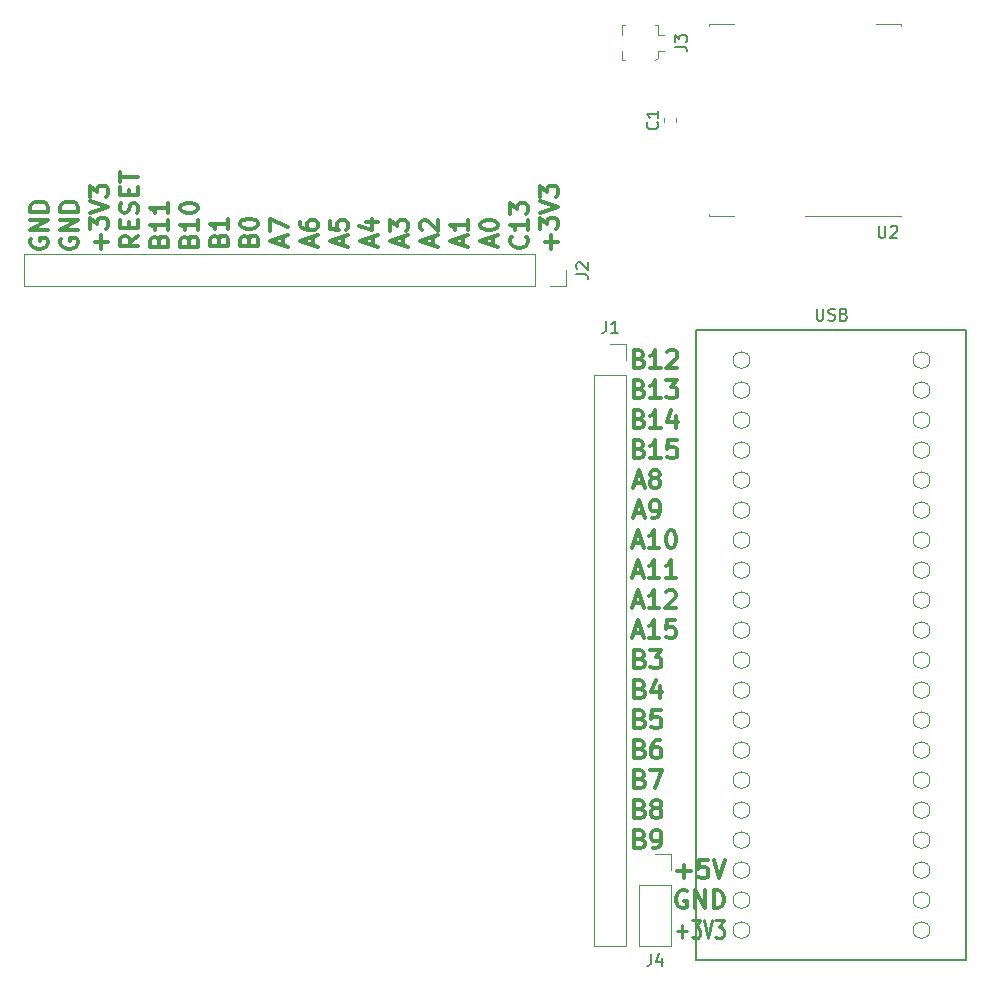
<source format=gto>
G04 #@! TF.GenerationSoftware,KiCad,Pcbnew,5.0.2-bee76a0~70~ubuntu16.04.1*
G04 #@! TF.CreationDate,2018-12-09T14:19:21+01:00*
G04 #@! TF.ProjectId,STM32Node,53544d33-324e-46f6-9465-2e6b69636164,rev?*
G04 #@! TF.SameCoordinates,Original*
G04 #@! TF.FileFunction,Legend,Top*
G04 #@! TF.FilePolarity,Positive*
%FSLAX46Y46*%
G04 Gerber Fmt 4.6, Leading zero omitted, Abs format (unit mm)*
G04 Created by KiCad (PCBNEW 5.0.2-bee76a0~70~ubuntu16.04.1) date So 09 Dez 2018 14:19:21 CET*
%MOMM*%
%LPD*%
G01*
G04 APERTURE LIST*
%ADD10C,0.275000*%
%ADD11C,0.300000*%
%ADD12C,0.100000*%
%ADD13C,0.150000*%
%ADD14C,0.120000*%
G04 APERTURE END LIST*
D10*
X227931904Y-129647142D02*
X228770000Y-129647142D01*
X228350952Y-130218571D02*
X228350952Y-129075714D01*
X229189047Y-128718571D02*
X229870000Y-128718571D01*
X229503333Y-129290000D01*
X229660476Y-129290000D01*
X229765238Y-129361428D01*
X229817619Y-129432857D01*
X229870000Y-129575714D01*
X229870000Y-129932857D01*
X229817619Y-130075714D01*
X229765238Y-130147142D01*
X229660476Y-130218571D01*
X229346190Y-130218571D01*
X229241428Y-130147142D01*
X229189047Y-130075714D01*
X230184285Y-128718571D02*
X230550952Y-130218571D01*
X230917619Y-128718571D01*
X231179523Y-128718571D02*
X231860476Y-128718571D01*
X231493809Y-129290000D01*
X231650952Y-129290000D01*
X231755714Y-129361428D01*
X231808095Y-129432857D01*
X231860476Y-129575714D01*
X231860476Y-129932857D01*
X231808095Y-130075714D01*
X231755714Y-130147142D01*
X231650952Y-130218571D01*
X231336666Y-130218571D01*
X231231904Y-130147142D01*
X231179523Y-130075714D01*
D11*
X228727142Y-126250000D02*
X228584285Y-126178571D01*
X228370000Y-126178571D01*
X228155714Y-126250000D01*
X228012857Y-126392857D01*
X227941428Y-126535714D01*
X227870000Y-126821428D01*
X227870000Y-127035714D01*
X227941428Y-127321428D01*
X228012857Y-127464285D01*
X228155714Y-127607142D01*
X228370000Y-127678571D01*
X228512857Y-127678571D01*
X228727142Y-127607142D01*
X228798571Y-127535714D01*
X228798571Y-127035714D01*
X228512857Y-127035714D01*
X229441428Y-127678571D02*
X229441428Y-126178571D01*
X230298571Y-127678571D01*
X230298571Y-126178571D01*
X231012857Y-127678571D02*
X231012857Y-126178571D01*
X231370000Y-126178571D01*
X231584285Y-126250000D01*
X231727142Y-126392857D01*
X231798571Y-126535714D01*
X231870000Y-126821428D01*
X231870000Y-127035714D01*
X231798571Y-127321428D01*
X231727142Y-127464285D01*
X231584285Y-127607142D01*
X231370000Y-127678571D01*
X231012857Y-127678571D01*
X227941428Y-124567142D02*
X229084285Y-124567142D01*
X228512857Y-125138571D02*
X228512857Y-123995714D01*
X230512857Y-123638571D02*
X229798571Y-123638571D01*
X229727142Y-124352857D01*
X229798571Y-124281428D01*
X229941428Y-124210000D01*
X230298571Y-124210000D01*
X230441428Y-124281428D01*
X230512857Y-124352857D01*
X230584285Y-124495714D01*
X230584285Y-124852857D01*
X230512857Y-124995714D01*
X230441428Y-125067142D01*
X230298571Y-125138571D01*
X229941428Y-125138571D01*
X229798571Y-125067142D01*
X229727142Y-124995714D01*
X231012857Y-123638571D02*
X231512857Y-125138571D01*
X232012857Y-123638571D01*
X224817857Y-121812857D02*
X225032142Y-121884285D01*
X225103571Y-121955714D01*
X225175000Y-122098571D01*
X225175000Y-122312857D01*
X225103571Y-122455714D01*
X225032142Y-122527142D01*
X224889285Y-122598571D01*
X224317857Y-122598571D01*
X224317857Y-121098571D01*
X224817857Y-121098571D01*
X224960714Y-121170000D01*
X225032142Y-121241428D01*
X225103571Y-121384285D01*
X225103571Y-121527142D01*
X225032142Y-121670000D01*
X224960714Y-121741428D01*
X224817857Y-121812857D01*
X224317857Y-121812857D01*
X225889285Y-122598571D02*
X226175000Y-122598571D01*
X226317857Y-122527142D01*
X226389285Y-122455714D01*
X226532142Y-122241428D01*
X226603571Y-121955714D01*
X226603571Y-121384285D01*
X226532142Y-121241428D01*
X226460714Y-121170000D01*
X226317857Y-121098571D01*
X226032142Y-121098571D01*
X225889285Y-121170000D01*
X225817857Y-121241428D01*
X225746428Y-121384285D01*
X225746428Y-121741428D01*
X225817857Y-121884285D01*
X225889285Y-121955714D01*
X226032142Y-122027142D01*
X226317857Y-122027142D01*
X226460714Y-121955714D01*
X226532142Y-121884285D01*
X226603571Y-121741428D01*
X224817857Y-119272857D02*
X225032142Y-119344285D01*
X225103571Y-119415714D01*
X225175000Y-119558571D01*
X225175000Y-119772857D01*
X225103571Y-119915714D01*
X225032142Y-119987142D01*
X224889285Y-120058571D01*
X224317857Y-120058571D01*
X224317857Y-118558571D01*
X224817857Y-118558571D01*
X224960714Y-118630000D01*
X225032142Y-118701428D01*
X225103571Y-118844285D01*
X225103571Y-118987142D01*
X225032142Y-119130000D01*
X224960714Y-119201428D01*
X224817857Y-119272857D01*
X224317857Y-119272857D01*
X226032142Y-119201428D02*
X225889285Y-119130000D01*
X225817857Y-119058571D01*
X225746428Y-118915714D01*
X225746428Y-118844285D01*
X225817857Y-118701428D01*
X225889285Y-118630000D01*
X226032142Y-118558571D01*
X226317857Y-118558571D01*
X226460714Y-118630000D01*
X226532142Y-118701428D01*
X226603571Y-118844285D01*
X226603571Y-118915714D01*
X226532142Y-119058571D01*
X226460714Y-119130000D01*
X226317857Y-119201428D01*
X226032142Y-119201428D01*
X225889285Y-119272857D01*
X225817857Y-119344285D01*
X225746428Y-119487142D01*
X225746428Y-119772857D01*
X225817857Y-119915714D01*
X225889285Y-119987142D01*
X226032142Y-120058571D01*
X226317857Y-120058571D01*
X226460714Y-119987142D01*
X226532142Y-119915714D01*
X226603571Y-119772857D01*
X226603571Y-119487142D01*
X226532142Y-119344285D01*
X226460714Y-119272857D01*
X226317857Y-119201428D01*
X224817857Y-116732857D02*
X225032142Y-116804285D01*
X225103571Y-116875714D01*
X225175000Y-117018571D01*
X225175000Y-117232857D01*
X225103571Y-117375714D01*
X225032142Y-117447142D01*
X224889285Y-117518571D01*
X224317857Y-117518571D01*
X224317857Y-116018571D01*
X224817857Y-116018571D01*
X224960714Y-116090000D01*
X225032142Y-116161428D01*
X225103571Y-116304285D01*
X225103571Y-116447142D01*
X225032142Y-116590000D01*
X224960714Y-116661428D01*
X224817857Y-116732857D01*
X224317857Y-116732857D01*
X225675000Y-116018571D02*
X226675000Y-116018571D01*
X226032142Y-117518571D01*
X224817857Y-114192857D02*
X225032142Y-114264285D01*
X225103571Y-114335714D01*
X225175000Y-114478571D01*
X225175000Y-114692857D01*
X225103571Y-114835714D01*
X225032142Y-114907142D01*
X224889285Y-114978571D01*
X224317857Y-114978571D01*
X224317857Y-113478571D01*
X224817857Y-113478571D01*
X224960714Y-113550000D01*
X225032142Y-113621428D01*
X225103571Y-113764285D01*
X225103571Y-113907142D01*
X225032142Y-114050000D01*
X224960714Y-114121428D01*
X224817857Y-114192857D01*
X224317857Y-114192857D01*
X226460714Y-113478571D02*
X226175000Y-113478571D01*
X226032142Y-113550000D01*
X225960714Y-113621428D01*
X225817857Y-113835714D01*
X225746428Y-114121428D01*
X225746428Y-114692857D01*
X225817857Y-114835714D01*
X225889285Y-114907142D01*
X226032142Y-114978571D01*
X226317857Y-114978571D01*
X226460714Y-114907142D01*
X226532142Y-114835714D01*
X226603571Y-114692857D01*
X226603571Y-114335714D01*
X226532142Y-114192857D01*
X226460714Y-114121428D01*
X226317857Y-114050000D01*
X226032142Y-114050000D01*
X225889285Y-114121428D01*
X225817857Y-114192857D01*
X225746428Y-114335714D01*
X224817857Y-111652857D02*
X225032142Y-111724285D01*
X225103571Y-111795714D01*
X225175000Y-111938571D01*
X225175000Y-112152857D01*
X225103571Y-112295714D01*
X225032142Y-112367142D01*
X224889285Y-112438571D01*
X224317857Y-112438571D01*
X224317857Y-110938571D01*
X224817857Y-110938571D01*
X224960714Y-111010000D01*
X225032142Y-111081428D01*
X225103571Y-111224285D01*
X225103571Y-111367142D01*
X225032142Y-111510000D01*
X224960714Y-111581428D01*
X224817857Y-111652857D01*
X224317857Y-111652857D01*
X226532142Y-110938571D02*
X225817857Y-110938571D01*
X225746428Y-111652857D01*
X225817857Y-111581428D01*
X225960714Y-111510000D01*
X226317857Y-111510000D01*
X226460714Y-111581428D01*
X226532142Y-111652857D01*
X226603571Y-111795714D01*
X226603571Y-112152857D01*
X226532142Y-112295714D01*
X226460714Y-112367142D01*
X226317857Y-112438571D01*
X225960714Y-112438571D01*
X225817857Y-112367142D01*
X225746428Y-112295714D01*
X224817857Y-109112857D02*
X225032142Y-109184285D01*
X225103571Y-109255714D01*
X225175000Y-109398571D01*
X225175000Y-109612857D01*
X225103571Y-109755714D01*
X225032142Y-109827142D01*
X224889285Y-109898571D01*
X224317857Y-109898571D01*
X224317857Y-108398571D01*
X224817857Y-108398571D01*
X224960714Y-108470000D01*
X225032142Y-108541428D01*
X225103571Y-108684285D01*
X225103571Y-108827142D01*
X225032142Y-108970000D01*
X224960714Y-109041428D01*
X224817857Y-109112857D01*
X224317857Y-109112857D01*
X226460714Y-108898571D02*
X226460714Y-109898571D01*
X226103571Y-108327142D02*
X225746428Y-109398571D01*
X226675000Y-109398571D01*
X224817857Y-106572857D02*
X225032142Y-106644285D01*
X225103571Y-106715714D01*
X225175000Y-106858571D01*
X225175000Y-107072857D01*
X225103571Y-107215714D01*
X225032142Y-107287142D01*
X224889285Y-107358571D01*
X224317857Y-107358571D01*
X224317857Y-105858571D01*
X224817857Y-105858571D01*
X224960714Y-105930000D01*
X225032142Y-106001428D01*
X225103571Y-106144285D01*
X225103571Y-106287142D01*
X225032142Y-106430000D01*
X224960714Y-106501428D01*
X224817857Y-106572857D01*
X224317857Y-106572857D01*
X225675000Y-105858571D02*
X226603571Y-105858571D01*
X226103571Y-106430000D01*
X226317857Y-106430000D01*
X226460714Y-106501428D01*
X226532142Y-106572857D01*
X226603571Y-106715714D01*
X226603571Y-107072857D01*
X226532142Y-107215714D01*
X226460714Y-107287142D01*
X226317857Y-107358571D01*
X225889285Y-107358571D01*
X225746428Y-107287142D01*
X225675000Y-107215714D01*
X224274285Y-104390000D02*
X224988571Y-104390000D01*
X224131428Y-104818571D02*
X224631428Y-103318571D01*
X225131428Y-104818571D01*
X226417142Y-104818571D02*
X225560000Y-104818571D01*
X225988571Y-104818571D02*
X225988571Y-103318571D01*
X225845714Y-103532857D01*
X225702857Y-103675714D01*
X225560000Y-103747142D01*
X227774285Y-103318571D02*
X227060000Y-103318571D01*
X226988571Y-104032857D01*
X227060000Y-103961428D01*
X227202857Y-103890000D01*
X227560000Y-103890000D01*
X227702857Y-103961428D01*
X227774285Y-104032857D01*
X227845714Y-104175714D01*
X227845714Y-104532857D01*
X227774285Y-104675714D01*
X227702857Y-104747142D01*
X227560000Y-104818571D01*
X227202857Y-104818571D01*
X227060000Y-104747142D01*
X226988571Y-104675714D01*
X224274285Y-101850000D02*
X224988571Y-101850000D01*
X224131428Y-102278571D02*
X224631428Y-100778571D01*
X225131428Y-102278571D01*
X226417142Y-102278571D02*
X225560000Y-102278571D01*
X225988571Y-102278571D02*
X225988571Y-100778571D01*
X225845714Y-100992857D01*
X225702857Y-101135714D01*
X225560000Y-101207142D01*
X226988571Y-100921428D02*
X227060000Y-100850000D01*
X227202857Y-100778571D01*
X227560000Y-100778571D01*
X227702857Y-100850000D01*
X227774285Y-100921428D01*
X227845714Y-101064285D01*
X227845714Y-101207142D01*
X227774285Y-101421428D01*
X226917142Y-102278571D01*
X227845714Y-102278571D01*
X224274285Y-99310000D02*
X224988571Y-99310000D01*
X224131428Y-99738571D02*
X224631428Y-98238571D01*
X225131428Y-99738571D01*
X226417142Y-99738571D02*
X225560000Y-99738571D01*
X225988571Y-99738571D02*
X225988571Y-98238571D01*
X225845714Y-98452857D01*
X225702857Y-98595714D01*
X225560000Y-98667142D01*
X227845714Y-99738571D02*
X226988571Y-99738571D01*
X227417142Y-99738571D02*
X227417142Y-98238571D01*
X227274285Y-98452857D01*
X227131428Y-98595714D01*
X226988571Y-98667142D01*
X224274285Y-96770000D02*
X224988571Y-96770000D01*
X224131428Y-97198571D02*
X224631428Y-95698571D01*
X225131428Y-97198571D01*
X226417142Y-97198571D02*
X225560000Y-97198571D01*
X225988571Y-97198571D02*
X225988571Y-95698571D01*
X225845714Y-95912857D01*
X225702857Y-96055714D01*
X225560000Y-96127142D01*
X227345714Y-95698571D02*
X227488571Y-95698571D01*
X227631428Y-95770000D01*
X227702857Y-95841428D01*
X227774285Y-95984285D01*
X227845714Y-96270000D01*
X227845714Y-96627142D01*
X227774285Y-96912857D01*
X227702857Y-97055714D01*
X227631428Y-97127142D01*
X227488571Y-97198571D01*
X227345714Y-97198571D01*
X227202857Y-97127142D01*
X227131428Y-97055714D01*
X227060000Y-96912857D01*
X226988571Y-96627142D01*
X226988571Y-96270000D01*
X227060000Y-95984285D01*
X227131428Y-95841428D01*
X227202857Y-95770000D01*
X227345714Y-95698571D01*
X224353571Y-94230000D02*
X225067857Y-94230000D01*
X224210714Y-94658571D02*
X224710714Y-93158571D01*
X225210714Y-94658571D01*
X225782142Y-94658571D02*
X226067857Y-94658571D01*
X226210714Y-94587142D01*
X226282142Y-94515714D01*
X226425000Y-94301428D01*
X226496428Y-94015714D01*
X226496428Y-93444285D01*
X226425000Y-93301428D01*
X226353571Y-93230000D01*
X226210714Y-93158571D01*
X225925000Y-93158571D01*
X225782142Y-93230000D01*
X225710714Y-93301428D01*
X225639285Y-93444285D01*
X225639285Y-93801428D01*
X225710714Y-93944285D01*
X225782142Y-94015714D01*
X225925000Y-94087142D01*
X226210714Y-94087142D01*
X226353571Y-94015714D01*
X226425000Y-93944285D01*
X226496428Y-93801428D01*
X224353571Y-91690000D02*
X225067857Y-91690000D01*
X224210714Y-92118571D02*
X224710714Y-90618571D01*
X225210714Y-92118571D01*
X225925000Y-91261428D02*
X225782142Y-91190000D01*
X225710714Y-91118571D01*
X225639285Y-90975714D01*
X225639285Y-90904285D01*
X225710714Y-90761428D01*
X225782142Y-90690000D01*
X225925000Y-90618571D01*
X226210714Y-90618571D01*
X226353571Y-90690000D01*
X226425000Y-90761428D01*
X226496428Y-90904285D01*
X226496428Y-90975714D01*
X226425000Y-91118571D01*
X226353571Y-91190000D01*
X226210714Y-91261428D01*
X225925000Y-91261428D01*
X225782142Y-91332857D01*
X225710714Y-91404285D01*
X225639285Y-91547142D01*
X225639285Y-91832857D01*
X225710714Y-91975714D01*
X225782142Y-92047142D01*
X225925000Y-92118571D01*
X226210714Y-92118571D01*
X226353571Y-92047142D01*
X226425000Y-91975714D01*
X226496428Y-91832857D01*
X226496428Y-91547142D01*
X226425000Y-91404285D01*
X226353571Y-91332857D01*
X226210714Y-91261428D01*
X224738571Y-88792857D02*
X224952857Y-88864285D01*
X225024285Y-88935714D01*
X225095714Y-89078571D01*
X225095714Y-89292857D01*
X225024285Y-89435714D01*
X224952857Y-89507142D01*
X224810000Y-89578571D01*
X224238571Y-89578571D01*
X224238571Y-88078571D01*
X224738571Y-88078571D01*
X224881428Y-88150000D01*
X224952857Y-88221428D01*
X225024285Y-88364285D01*
X225024285Y-88507142D01*
X224952857Y-88650000D01*
X224881428Y-88721428D01*
X224738571Y-88792857D01*
X224238571Y-88792857D01*
X226524285Y-89578571D02*
X225667142Y-89578571D01*
X226095714Y-89578571D02*
X226095714Y-88078571D01*
X225952857Y-88292857D01*
X225810000Y-88435714D01*
X225667142Y-88507142D01*
X227881428Y-88078571D02*
X227167142Y-88078571D01*
X227095714Y-88792857D01*
X227167142Y-88721428D01*
X227310000Y-88650000D01*
X227667142Y-88650000D01*
X227810000Y-88721428D01*
X227881428Y-88792857D01*
X227952857Y-88935714D01*
X227952857Y-89292857D01*
X227881428Y-89435714D01*
X227810000Y-89507142D01*
X227667142Y-89578571D01*
X227310000Y-89578571D01*
X227167142Y-89507142D01*
X227095714Y-89435714D01*
X224738571Y-86252857D02*
X224952857Y-86324285D01*
X225024285Y-86395714D01*
X225095714Y-86538571D01*
X225095714Y-86752857D01*
X225024285Y-86895714D01*
X224952857Y-86967142D01*
X224810000Y-87038571D01*
X224238571Y-87038571D01*
X224238571Y-85538571D01*
X224738571Y-85538571D01*
X224881428Y-85610000D01*
X224952857Y-85681428D01*
X225024285Y-85824285D01*
X225024285Y-85967142D01*
X224952857Y-86110000D01*
X224881428Y-86181428D01*
X224738571Y-86252857D01*
X224238571Y-86252857D01*
X226524285Y-87038571D02*
X225667142Y-87038571D01*
X226095714Y-87038571D02*
X226095714Y-85538571D01*
X225952857Y-85752857D01*
X225810000Y-85895714D01*
X225667142Y-85967142D01*
X227810000Y-86038571D02*
X227810000Y-87038571D01*
X227452857Y-85467142D02*
X227095714Y-86538571D01*
X228024285Y-86538571D01*
X224738571Y-83712857D02*
X224952857Y-83784285D01*
X225024285Y-83855714D01*
X225095714Y-83998571D01*
X225095714Y-84212857D01*
X225024285Y-84355714D01*
X224952857Y-84427142D01*
X224810000Y-84498571D01*
X224238571Y-84498571D01*
X224238571Y-82998571D01*
X224738571Y-82998571D01*
X224881428Y-83070000D01*
X224952857Y-83141428D01*
X225024285Y-83284285D01*
X225024285Y-83427142D01*
X224952857Y-83570000D01*
X224881428Y-83641428D01*
X224738571Y-83712857D01*
X224238571Y-83712857D01*
X226524285Y-84498571D02*
X225667142Y-84498571D01*
X226095714Y-84498571D02*
X226095714Y-82998571D01*
X225952857Y-83212857D01*
X225810000Y-83355714D01*
X225667142Y-83427142D01*
X227024285Y-82998571D02*
X227952857Y-82998571D01*
X227452857Y-83570000D01*
X227667142Y-83570000D01*
X227810000Y-83641428D01*
X227881428Y-83712857D01*
X227952857Y-83855714D01*
X227952857Y-84212857D01*
X227881428Y-84355714D01*
X227810000Y-84427142D01*
X227667142Y-84498571D01*
X227238571Y-84498571D01*
X227095714Y-84427142D01*
X227024285Y-84355714D01*
X224738571Y-81172857D02*
X224952857Y-81244285D01*
X225024285Y-81315714D01*
X225095714Y-81458571D01*
X225095714Y-81672857D01*
X225024285Y-81815714D01*
X224952857Y-81887142D01*
X224810000Y-81958571D01*
X224238571Y-81958571D01*
X224238571Y-80458571D01*
X224738571Y-80458571D01*
X224881428Y-80530000D01*
X224952857Y-80601428D01*
X225024285Y-80744285D01*
X225024285Y-80887142D01*
X224952857Y-81030000D01*
X224881428Y-81101428D01*
X224738571Y-81172857D01*
X224238571Y-81172857D01*
X226524285Y-81958571D02*
X225667142Y-81958571D01*
X226095714Y-81958571D02*
X226095714Y-80458571D01*
X225952857Y-80672857D01*
X225810000Y-80815714D01*
X225667142Y-80887142D01*
X227095714Y-80601428D02*
X227167142Y-80530000D01*
X227310000Y-80458571D01*
X227667142Y-80458571D01*
X227810000Y-80530000D01*
X227881428Y-80601428D01*
X227952857Y-80744285D01*
X227952857Y-80887142D01*
X227881428Y-81101428D01*
X227024285Y-81958571D01*
X227952857Y-81958571D01*
X217277142Y-71857857D02*
X217277142Y-70715000D01*
X217848571Y-71286428D02*
X216705714Y-71286428D01*
X216348571Y-70143571D02*
X216348571Y-69215000D01*
X216920000Y-69715000D01*
X216920000Y-69500714D01*
X216991428Y-69357857D01*
X217062857Y-69286428D01*
X217205714Y-69215000D01*
X217562857Y-69215000D01*
X217705714Y-69286428D01*
X217777142Y-69357857D01*
X217848571Y-69500714D01*
X217848571Y-69929285D01*
X217777142Y-70072142D01*
X217705714Y-70143571D01*
X216348571Y-68786428D02*
X217848571Y-68286428D01*
X216348571Y-67786428D01*
X216348571Y-67429285D02*
X216348571Y-66500714D01*
X216920000Y-67000714D01*
X216920000Y-66786428D01*
X216991428Y-66643571D01*
X217062857Y-66572142D01*
X217205714Y-66500714D01*
X217562857Y-66500714D01*
X217705714Y-66572142D01*
X217777142Y-66643571D01*
X217848571Y-66786428D01*
X217848571Y-67215000D01*
X217777142Y-67357857D01*
X217705714Y-67429285D01*
X215165714Y-70814285D02*
X215237142Y-70885714D01*
X215308571Y-71100000D01*
X215308571Y-71242857D01*
X215237142Y-71457142D01*
X215094285Y-71600000D01*
X214951428Y-71671428D01*
X214665714Y-71742857D01*
X214451428Y-71742857D01*
X214165714Y-71671428D01*
X214022857Y-71600000D01*
X213880000Y-71457142D01*
X213808571Y-71242857D01*
X213808571Y-71100000D01*
X213880000Y-70885714D01*
X213951428Y-70814285D01*
X215308571Y-69385714D02*
X215308571Y-70242857D01*
X215308571Y-69814285D02*
X213808571Y-69814285D01*
X214022857Y-69957142D01*
X214165714Y-70100000D01*
X214237142Y-70242857D01*
X213808571Y-68885714D02*
X213808571Y-67957142D01*
X214380000Y-68457142D01*
X214380000Y-68242857D01*
X214451428Y-68100000D01*
X214522857Y-68028571D01*
X214665714Y-67957142D01*
X215022857Y-67957142D01*
X215165714Y-68028571D01*
X215237142Y-68100000D01*
X215308571Y-68242857D01*
X215308571Y-68671428D01*
X215237142Y-68814285D01*
X215165714Y-68885714D01*
X212340000Y-71556428D02*
X212340000Y-70842142D01*
X212768571Y-71699285D02*
X211268571Y-71199285D01*
X212768571Y-70699285D01*
X211268571Y-69913571D02*
X211268571Y-69770714D01*
X211340000Y-69627857D01*
X211411428Y-69556428D01*
X211554285Y-69485000D01*
X211840000Y-69413571D01*
X212197142Y-69413571D01*
X212482857Y-69485000D01*
X212625714Y-69556428D01*
X212697142Y-69627857D01*
X212768571Y-69770714D01*
X212768571Y-69913571D01*
X212697142Y-70056428D01*
X212625714Y-70127857D01*
X212482857Y-70199285D01*
X212197142Y-70270714D01*
X211840000Y-70270714D01*
X211554285Y-70199285D01*
X211411428Y-70127857D01*
X211340000Y-70056428D01*
X211268571Y-69913571D01*
X209800000Y-71556428D02*
X209800000Y-70842142D01*
X210228571Y-71699285D02*
X208728571Y-71199285D01*
X210228571Y-70699285D01*
X210228571Y-69413571D02*
X210228571Y-70270714D01*
X210228571Y-69842142D02*
X208728571Y-69842142D01*
X208942857Y-69985000D01*
X209085714Y-70127857D01*
X209157142Y-70270714D01*
X207260000Y-71556428D02*
X207260000Y-70842142D01*
X207688571Y-71699285D02*
X206188571Y-71199285D01*
X207688571Y-70699285D01*
X206331428Y-70270714D02*
X206260000Y-70199285D01*
X206188571Y-70056428D01*
X206188571Y-69699285D01*
X206260000Y-69556428D01*
X206331428Y-69485000D01*
X206474285Y-69413571D01*
X206617142Y-69413571D01*
X206831428Y-69485000D01*
X207688571Y-70342142D01*
X207688571Y-69413571D01*
X204720000Y-71556428D02*
X204720000Y-70842142D01*
X205148571Y-71699285D02*
X203648571Y-71199285D01*
X205148571Y-70699285D01*
X203648571Y-70342142D02*
X203648571Y-69413571D01*
X204220000Y-69913571D01*
X204220000Y-69699285D01*
X204291428Y-69556428D01*
X204362857Y-69485000D01*
X204505714Y-69413571D01*
X204862857Y-69413571D01*
X205005714Y-69485000D01*
X205077142Y-69556428D01*
X205148571Y-69699285D01*
X205148571Y-70127857D01*
X205077142Y-70270714D01*
X205005714Y-70342142D01*
X202180000Y-71556428D02*
X202180000Y-70842142D01*
X202608571Y-71699285D02*
X201108571Y-71199285D01*
X202608571Y-70699285D01*
X201608571Y-69556428D02*
X202608571Y-69556428D01*
X201037142Y-69913571D02*
X202108571Y-70270714D01*
X202108571Y-69342142D01*
X199640000Y-71556428D02*
X199640000Y-70842142D01*
X200068571Y-71699285D02*
X198568571Y-71199285D01*
X200068571Y-70699285D01*
X198568571Y-69485000D02*
X198568571Y-70199285D01*
X199282857Y-70270714D01*
X199211428Y-70199285D01*
X199140000Y-70056428D01*
X199140000Y-69699285D01*
X199211428Y-69556428D01*
X199282857Y-69485000D01*
X199425714Y-69413571D01*
X199782857Y-69413571D01*
X199925714Y-69485000D01*
X199997142Y-69556428D01*
X200068571Y-69699285D01*
X200068571Y-70056428D01*
X199997142Y-70199285D01*
X199925714Y-70270714D01*
X197100000Y-71556428D02*
X197100000Y-70842142D01*
X197528571Y-71699285D02*
X196028571Y-71199285D01*
X197528571Y-70699285D01*
X196028571Y-69556428D02*
X196028571Y-69842142D01*
X196100000Y-69985000D01*
X196171428Y-70056428D01*
X196385714Y-70199285D01*
X196671428Y-70270714D01*
X197242857Y-70270714D01*
X197385714Y-70199285D01*
X197457142Y-70127857D01*
X197528571Y-69985000D01*
X197528571Y-69699285D01*
X197457142Y-69556428D01*
X197385714Y-69485000D01*
X197242857Y-69413571D01*
X196885714Y-69413571D01*
X196742857Y-69485000D01*
X196671428Y-69556428D01*
X196600000Y-69699285D01*
X196600000Y-69985000D01*
X196671428Y-70127857D01*
X196742857Y-70199285D01*
X196885714Y-70270714D01*
X194560000Y-71556428D02*
X194560000Y-70842142D01*
X194988571Y-71699285D02*
X193488571Y-71199285D01*
X194988571Y-70699285D01*
X193488571Y-70342142D02*
X193488571Y-69342142D01*
X194988571Y-69985000D01*
X191662857Y-71092142D02*
X191734285Y-70877857D01*
X191805714Y-70806428D01*
X191948571Y-70735000D01*
X192162857Y-70735000D01*
X192305714Y-70806428D01*
X192377142Y-70877857D01*
X192448571Y-71020714D01*
X192448571Y-71592142D01*
X190948571Y-71592142D01*
X190948571Y-71092142D01*
X191020000Y-70949285D01*
X191091428Y-70877857D01*
X191234285Y-70806428D01*
X191377142Y-70806428D01*
X191520000Y-70877857D01*
X191591428Y-70949285D01*
X191662857Y-71092142D01*
X191662857Y-71592142D01*
X190948571Y-69806428D02*
X190948571Y-69663571D01*
X191020000Y-69520714D01*
X191091428Y-69449285D01*
X191234285Y-69377857D01*
X191520000Y-69306428D01*
X191877142Y-69306428D01*
X192162857Y-69377857D01*
X192305714Y-69449285D01*
X192377142Y-69520714D01*
X192448571Y-69663571D01*
X192448571Y-69806428D01*
X192377142Y-69949285D01*
X192305714Y-70020714D01*
X192162857Y-70092142D01*
X191877142Y-70163571D01*
X191520000Y-70163571D01*
X191234285Y-70092142D01*
X191091428Y-70020714D01*
X191020000Y-69949285D01*
X190948571Y-69806428D01*
X189122857Y-71092142D02*
X189194285Y-70877857D01*
X189265714Y-70806428D01*
X189408571Y-70735000D01*
X189622857Y-70735000D01*
X189765714Y-70806428D01*
X189837142Y-70877857D01*
X189908571Y-71020714D01*
X189908571Y-71592142D01*
X188408571Y-71592142D01*
X188408571Y-71092142D01*
X188480000Y-70949285D01*
X188551428Y-70877857D01*
X188694285Y-70806428D01*
X188837142Y-70806428D01*
X188980000Y-70877857D01*
X189051428Y-70949285D01*
X189122857Y-71092142D01*
X189122857Y-71592142D01*
X189908571Y-69306428D02*
X189908571Y-70163571D01*
X189908571Y-69735000D02*
X188408571Y-69735000D01*
X188622857Y-69877857D01*
X188765714Y-70020714D01*
X188837142Y-70163571D01*
X184042857Y-71171428D02*
X184114285Y-70957142D01*
X184185714Y-70885714D01*
X184328571Y-70814285D01*
X184542857Y-70814285D01*
X184685714Y-70885714D01*
X184757142Y-70957142D01*
X184828571Y-71100000D01*
X184828571Y-71671428D01*
X183328571Y-71671428D01*
X183328571Y-71171428D01*
X183400000Y-71028571D01*
X183471428Y-70957142D01*
X183614285Y-70885714D01*
X183757142Y-70885714D01*
X183900000Y-70957142D01*
X183971428Y-71028571D01*
X184042857Y-71171428D01*
X184042857Y-71671428D01*
X184828571Y-69385714D02*
X184828571Y-70242857D01*
X184828571Y-69814285D02*
X183328571Y-69814285D01*
X183542857Y-69957142D01*
X183685714Y-70100000D01*
X183757142Y-70242857D01*
X184828571Y-67957142D02*
X184828571Y-68814285D01*
X184828571Y-68385714D02*
X183328571Y-68385714D01*
X183542857Y-68528571D01*
X183685714Y-68671428D01*
X183757142Y-68814285D01*
X182288571Y-70758571D02*
X181574285Y-71258571D01*
X182288571Y-71615714D02*
X180788571Y-71615714D01*
X180788571Y-71044285D01*
X180860000Y-70901428D01*
X180931428Y-70830000D01*
X181074285Y-70758571D01*
X181288571Y-70758571D01*
X181431428Y-70830000D01*
X181502857Y-70901428D01*
X181574285Y-71044285D01*
X181574285Y-71615714D01*
X181502857Y-70115714D02*
X181502857Y-69615714D01*
X182288571Y-69401428D02*
X182288571Y-70115714D01*
X180788571Y-70115714D01*
X180788571Y-69401428D01*
X182217142Y-68830000D02*
X182288571Y-68615714D01*
X182288571Y-68258571D01*
X182217142Y-68115714D01*
X182145714Y-68044285D01*
X182002857Y-67972857D01*
X181860000Y-67972857D01*
X181717142Y-68044285D01*
X181645714Y-68115714D01*
X181574285Y-68258571D01*
X181502857Y-68544285D01*
X181431428Y-68687142D01*
X181360000Y-68758571D01*
X181217142Y-68830000D01*
X181074285Y-68830000D01*
X180931428Y-68758571D01*
X180860000Y-68687142D01*
X180788571Y-68544285D01*
X180788571Y-68187142D01*
X180860000Y-67972857D01*
X181502857Y-67330000D02*
X181502857Y-66830000D01*
X182288571Y-66615714D02*
X182288571Y-67330000D01*
X180788571Y-67330000D01*
X180788571Y-66615714D01*
X180788571Y-66187142D02*
X180788571Y-65330000D01*
X182288571Y-65758571D02*
X180788571Y-65758571D01*
X186582857Y-71171428D02*
X186654285Y-70957142D01*
X186725714Y-70885714D01*
X186868571Y-70814285D01*
X187082857Y-70814285D01*
X187225714Y-70885714D01*
X187297142Y-70957142D01*
X187368571Y-71100000D01*
X187368571Y-71671428D01*
X185868571Y-71671428D01*
X185868571Y-71171428D01*
X185940000Y-71028571D01*
X186011428Y-70957142D01*
X186154285Y-70885714D01*
X186297142Y-70885714D01*
X186440000Y-70957142D01*
X186511428Y-71028571D01*
X186582857Y-71171428D01*
X186582857Y-71671428D01*
X187368571Y-69385714D02*
X187368571Y-70242857D01*
X187368571Y-69814285D02*
X185868571Y-69814285D01*
X186082857Y-69957142D01*
X186225714Y-70100000D01*
X186297142Y-70242857D01*
X185868571Y-68457142D02*
X185868571Y-68314285D01*
X185940000Y-68171428D01*
X186011428Y-68100000D01*
X186154285Y-68028571D01*
X186440000Y-67957142D01*
X186797142Y-67957142D01*
X187082857Y-68028571D01*
X187225714Y-68100000D01*
X187297142Y-68171428D01*
X187368571Y-68314285D01*
X187368571Y-68457142D01*
X187297142Y-68600000D01*
X187225714Y-68671428D01*
X187082857Y-68742857D01*
X186797142Y-68814285D01*
X186440000Y-68814285D01*
X186154285Y-68742857D01*
X186011428Y-68671428D01*
X185940000Y-68600000D01*
X185868571Y-68457142D01*
X179177142Y-71857857D02*
X179177142Y-70715000D01*
X179748571Y-71286428D02*
X178605714Y-71286428D01*
X178248571Y-70143571D02*
X178248571Y-69215000D01*
X178820000Y-69715000D01*
X178820000Y-69500714D01*
X178891428Y-69357857D01*
X178962857Y-69286428D01*
X179105714Y-69215000D01*
X179462857Y-69215000D01*
X179605714Y-69286428D01*
X179677142Y-69357857D01*
X179748571Y-69500714D01*
X179748571Y-69929285D01*
X179677142Y-70072142D01*
X179605714Y-70143571D01*
X178248571Y-68786428D02*
X179748571Y-68286428D01*
X178248571Y-67786428D01*
X178248571Y-67429285D02*
X178248571Y-66500714D01*
X178820000Y-67000714D01*
X178820000Y-66786428D01*
X178891428Y-66643571D01*
X178962857Y-66572142D01*
X179105714Y-66500714D01*
X179462857Y-66500714D01*
X179605714Y-66572142D01*
X179677142Y-66643571D01*
X179748571Y-66786428D01*
X179748571Y-67215000D01*
X179677142Y-67357857D01*
X179605714Y-67429285D01*
X175780000Y-70992857D02*
X175708571Y-71135714D01*
X175708571Y-71350000D01*
X175780000Y-71564285D01*
X175922857Y-71707142D01*
X176065714Y-71778571D01*
X176351428Y-71850000D01*
X176565714Y-71850000D01*
X176851428Y-71778571D01*
X176994285Y-71707142D01*
X177137142Y-71564285D01*
X177208571Y-71350000D01*
X177208571Y-71207142D01*
X177137142Y-70992857D01*
X177065714Y-70921428D01*
X176565714Y-70921428D01*
X176565714Y-71207142D01*
X177208571Y-70278571D02*
X175708571Y-70278571D01*
X177208571Y-69421428D01*
X175708571Y-69421428D01*
X177208571Y-68707142D02*
X175708571Y-68707142D01*
X175708571Y-68350000D01*
X175780000Y-68135714D01*
X175922857Y-67992857D01*
X176065714Y-67921428D01*
X176351428Y-67850000D01*
X176565714Y-67850000D01*
X176851428Y-67921428D01*
X176994285Y-67992857D01*
X177137142Y-68135714D01*
X177208571Y-68350000D01*
X177208571Y-68707142D01*
X173240000Y-70992857D02*
X173168571Y-71135714D01*
X173168571Y-71350000D01*
X173240000Y-71564285D01*
X173382857Y-71707142D01*
X173525714Y-71778571D01*
X173811428Y-71850000D01*
X174025714Y-71850000D01*
X174311428Y-71778571D01*
X174454285Y-71707142D01*
X174597142Y-71564285D01*
X174668571Y-71350000D01*
X174668571Y-71207142D01*
X174597142Y-70992857D01*
X174525714Y-70921428D01*
X174025714Y-70921428D01*
X174025714Y-71207142D01*
X174668571Y-70278571D02*
X173168571Y-70278571D01*
X174668571Y-69421428D01*
X173168571Y-69421428D01*
X174668571Y-68707142D02*
X173168571Y-68707142D01*
X173168571Y-68350000D01*
X173240000Y-68135714D01*
X173382857Y-67992857D01*
X173525714Y-67921428D01*
X173811428Y-67850000D01*
X174025714Y-67850000D01*
X174311428Y-67921428D01*
X174454285Y-67992857D01*
X174597142Y-68135714D01*
X174668571Y-68350000D01*
X174668571Y-68707142D01*
D12*
G04 #@! TO.C,U2*
X246880000Y-69080000D02*
X238760000Y-69080000D01*
X232760000Y-52840000D02*
X230640000Y-52840000D01*
X230640000Y-52840000D02*
X230640000Y-53010000D01*
X246880000Y-52840000D02*
X244760000Y-52840000D01*
X246880000Y-52840000D02*
X246880000Y-53010000D01*
X232760000Y-69080000D02*
X230640000Y-69080000D01*
X230640000Y-69080000D02*
X230640000Y-68910000D01*
D13*
G04 #@! TO.C,U1*
X229570000Y-78740000D02*
X229570000Y-132080000D01*
X252430000Y-132080000D02*
X252430000Y-78740000D01*
X229570000Y-132080000D02*
X252430000Y-132080000D01*
X252430000Y-78740000D02*
X229570000Y-78740000D01*
D14*
G04 #@! TO.C,C1*
X226820000Y-61122779D02*
X226820000Y-60797221D01*
X227840000Y-61122779D02*
X227840000Y-60797221D01*
G04 #@! TO.C,J1*
X220920000Y-82550000D02*
X223580000Y-82550000D01*
X220920000Y-82550000D02*
X220920000Y-130870000D01*
X220920000Y-130870000D02*
X223580000Y-130870000D01*
X223580000Y-82550000D02*
X223580000Y-130870000D01*
X223580000Y-79950000D02*
X223580000Y-81280000D01*
X222250000Y-79950000D02*
X223580000Y-79950000D01*
G04 #@! TO.C,J2*
X215900000Y-72330000D02*
X215900000Y-74990000D01*
X215900000Y-72330000D02*
X172660000Y-72330000D01*
X172660000Y-72330000D02*
X172660000Y-74990000D01*
X215900000Y-74990000D02*
X172660000Y-74990000D01*
X218500000Y-74990000D02*
X217170000Y-74990000D01*
X218500000Y-73660000D02*
X218500000Y-74990000D01*
G04 #@! TO.C,J3*
X226290000Y-53705000D02*
X226790000Y-53705000D01*
X226290000Y-55105000D02*
X226790000Y-55105000D01*
X226290000Y-55105000D02*
X226290000Y-55705000D01*
X226290000Y-55705000D02*
X226090000Y-55905000D01*
X226090000Y-52905000D02*
X226290000Y-52905000D01*
X226290000Y-52905000D02*
X226290000Y-53705000D01*
X223290000Y-53705000D02*
X223290000Y-52905000D01*
X223290000Y-52905000D02*
X223490000Y-52905000D01*
X223490000Y-55905000D02*
X223290000Y-55905000D01*
X223290000Y-55905000D02*
X223290000Y-55105000D01*
G04 #@! TO.C,J4*
X224730000Y-125730000D02*
X227390000Y-125730000D01*
X224730000Y-125730000D02*
X224730000Y-130870000D01*
X224730000Y-130870000D02*
X227390000Y-130870000D01*
X227390000Y-125730000D02*
X227390000Y-130870000D01*
X227390000Y-123130000D02*
X227390000Y-124460000D01*
X226060000Y-123130000D02*
X227390000Y-123130000D01*
G04 #@! TD*
D12*
G04 #@! TO.C,U1*
X234092000Y-81280000D02*
G75*
G03X234092000Y-81280000I-712000J0D01*
G01*
X234092000Y-83820000D02*
G75*
G03X234092000Y-83820000I-712000J0D01*
G01*
X234092000Y-86360000D02*
G75*
G03X234092000Y-86360000I-712000J0D01*
G01*
X234092000Y-88900000D02*
G75*
G03X234092000Y-88900000I-712000J0D01*
G01*
X234092000Y-91440000D02*
G75*
G03X234092000Y-91440000I-712000J0D01*
G01*
X234092000Y-93980000D02*
G75*
G03X234092000Y-93980000I-712000J0D01*
G01*
X234092000Y-96520000D02*
G75*
G03X234092000Y-96520000I-712000J0D01*
G01*
X234092000Y-99060000D02*
G75*
G03X234092000Y-99060000I-712000J0D01*
G01*
X234092000Y-101600000D02*
G75*
G03X234092000Y-101600000I-712000J0D01*
G01*
X234092000Y-104140000D02*
G75*
G03X234092000Y-104140000I-712000J0D01*
G01*
X234092000Y-106680000D02*
G75*
G03X234092000Y-106680000I-712000J0D01*
G01*
X234092000Y-109220000D02*
G75*
G03X234092000Y-109220000I-712000J0D01*
G01*
X234092000Y-111760000D02*
G75*
G03X234092000Y-111760000I-712000J0D01*
G01*
X234092000Y-114300000D02*
G75*
G03X234092000Y-114300000I-712000J0D01*
G01*
X234092000Y-116840000D02*
G75*
G03X234092000Y-116840000I-712000J0D01*
G01*
X234092000Y-119380000D02*
G75*
G03X234092000Y-119380000I-712000J0D01*
G01*
X234092000Y-121920000D02*
G75*
G03X234092000Y-121920000I-712000J0D01*
G01*
X234092000Y-124460000D02*
G75*
G03X234092000Y-124460000I-712000J0D01*
G01*
X234092000Y-127000000D02*
G75*
G03X234092000Y-127000000I-712000J0D01*
G01*
X234092000Y-129540000D02*
G75*
G03X234092000Y-129540000I-712000J0D01*
G01*
X249332000Y-129540000D02*
G75*
G03X249332000Y-129540000I-712000J0D01*
G01*
X249332000Y-127000000D02*
G75*
G03X249332000Y-127000000I-712000J0D01*
G01*
X249332000Y-124460000D02*
G75*
G03X249332000Y-124460000I-712000J0D01*
G01*
X249332000Y-121920000D02*
G75*
G03X249332000Y-121920000I-712000J0D01*
G01*
X249332000Y-119380000D02*
G75*
G03X249332000Y-119380000I-712000J0D01*
G01*
X249332000Y-116840000D02*
G75*
G03X249332000Y-116840000I-712000J0D01*
G01*
X249332000Y-114300000D02*
G75*
G03X249332000Y-114300000I-712000J0D01*
G01*
X249332000Y-111760000D02*
G75*
G03X249332000Y-111760000I-712000J0D01*
G01*
X249332000Y-109220000D02*
G75*
G03X249332000Y-109220000I-712000J0D01*
G01*
X249332000Y-106680000D02*
G75*
G03X249332000Y-106680000I-712000J0D01*
G01*
X249332000Y-104140000D02*
G75*
G03X249332000Y-104140000I-712000J0D01*
G01*
X249332000Y-101600000D02*
G75*
G03X249332000Y-101600000I-712000J0D01*
G01*
X249332000Y-99060000D02*
G75*
G03X249332000Y-99060000I-712000J0D01*
G01*
X249332000Y-96520000D02*
G75*
G03X249332000Y-96520000I-712000J0D01*
G01*
X249332000Y-93980000D02*
G75*
G03X249332000Y-93980000I-712000J0D01*
G01*
X249332000Y-91440000D02*
G75*
G03X249332000Y-91440000I-712000J0D01*
G01*
X249332000Y-88900000D02*
G75*
G03X249332000Y-88900000I-712000J0D01*
G01*
X249332000Y-86360000D02*
G75*
G03X249332000Y-86360000I-712000J0D01*
G01*
X249332000Y-83820000D02*
G75*
G03X249332000Y-83820000I-712000J0D01*
G01*
X249332000Y-81280000D02*
G75*
G03X249332000Y-81280000I-712000J0D01*
G01*
G04 #@! TD*
G04 #@! TO.C,U2*
D13*
X244998095Y-69912380D02*
X244998095Y-70721904D01*
X245045714Y-70817142D01*
X245093333Y-70864761D01*
X245188571Y-70912380D01*
X245379047Y-70912380D01*
X245474285Y-70864761D01*
X245521904Y-70817142D01*
X245569523Y-70721904D01*
X245569523Y-69912380D01*
X245998095Y-70007619D02*
X246045714Y-69960000D01*
X246140952Y-69912380D01*
X246379047Y-69912380D01*
X246474285Y-69960000D01*
X246521904Y-70007619D01*
X246569523Y-70102857D01*
X246569523Y-70198095D01*
X246521904Y-70340952D01*
X245950476Y-70912380D01*
X246569523Y-70912380D01*
G04 #@! TO.C,U1*
X239738095Y-76922380D02*
X239738095Y-77731904D01*
X239785714Y-77827142D01*
X239833333Y-77874761D01*
X239928571Y-77922380D01*
X240119047Y-77922380D01*
X240214285Y-77874761D01*
X240261904Y-77827142D01*
X240309523Y-77731904D01*
X240309523Y-76922380D01*
X240738095Y-77874761D02*
X240880952Y-77922380D01*
X241119047Y-77922380D01*
X241214285Y-77874761D01*
X241261904Y-77827142D01*
X241309523Y-77731904D01*
X241309523Y-77636666D01*
X241261904Y-77541428D01*
X241214285Y-77493809D01*
X241119047Y-77446190D01*
X240928571Y-77398571D01*
X240833333Y-77350952D01*
X240785714Y-77303333D01*
X240738095Y-77208095D01*
X240738095Y-77112857D01*
X240785714Y-77017619D01*
X240833333Y-76970000D01*
X240928571Y-76922380D01*
X241166666Y-76922380D01*
X241309523Y-76970000D01*
X242071428Y-77398571D02*
X242214285Y-77446190D01*
X242261904Y-77493809D01*
X242309523Y-77589047D01*
X242309523Y-77731904D01*
X242261904Y-77827142D01*
X242214285Y-77874761D01*
X242119047Y-77922380D01*
X241738095Y-77922380D01*
X241738095Y-76922380D01*
X242071428Y-76922380D01*
X242166666Y-76970000D01*
X242214285Y-77017619D01*
X242261904Y-77112857D01*
X242261904Y-77208095D01*
X242214285Y-77303333D01*
X242166666Y-77350952D01*
X242071428Y-77398571D01*
X241738095Y-77398571D01*
G04 #@! TO.C,C1*
X226257142Y-61126666D02*
X226304761Y-61174285D01*
X226352380Y-61317142D01*
X226352380Y-61412380D01*
X226304761Y-61555238D01*
X226209523Y-61650476D01*
X226114285Y-61698095D01*
X225923809Y-61745714D01*
X225780952Y-61745714D01*
X225590476Y-61698095D01*
X225495238Y-61650476D01*
X225400000Y-61555238D01*
X225352380Y-61412380D01*
X225352380Y-61317142D01*
X225400000Y-61174285D01*
X225447619Y-61126666D01*
X226352380Y-60174285D02*
X226352380Y-60745714D01*
X226352380Y-60460000D02*
X225352380Y-60460000D01*
X225495238Y-60555238D01*
X225590476Y-60650476D01*
X225638095Y-60745714D01*
G04 #@! TO.C,J1*
X221916666Y-77962380D02*
X221916666Y-78676666D01*
X221869047Y-78819523D01*
X221773809Y-78914761D01*
X221630952Y-78962380D01*
X221535714Y-78962380D01*
X222916666Y-78962380D02*
X222345238Y-78962380D01*
X222630952Y-78962380D02*
X222630952Y-77962380D01*
X222535714Y-78105238D01*
X222440476Y-78200476D01*
X222345238Y-78248095D01*
G04 #@! TO.C,J2*
X219392380Y-73993333D02*
X220106666Y-73993333D01*
X220249523Y-74040952D01*
X220344761Y-74136190D01*
X220392380Y-74279047D01*
X220392380Y-74374285D01*
X219487619Y-73564761D02*
X219440000Y-73517142D01*
X219392380Y-73421904D01*
X219392380Y-73183809D01*
X219440000Y-73088571D01*
X219487619Y-73040952D01*
X219582857Y-72993333D01*
X219678095Y-72993333D01*
X219820952Y-73040952D01*
X220392380Y-73612380D01*
X220392380Y-72993333D01*
G04 #@! TO.C,J3*
X227742380Y-54738333D02*
X228456666Y-54738333D01*
X228599523Y-54785952D01*
X228694761Y-54881190D01*
X228742380Y-55024047D01*
X228742380Y-55119285D01*
X227742380Y-54357380D02*
X227742380Y-53738333D01*
X228123333Y-54071666D01*
X228123333Y-53928809D01*
X228170952Y-53833571D01*
X228218571Y-53785952D01*
X228313809Y-53738333D01*
X228551904Y-53738333D01*
X228647142Y-53785952D01*
X228694761Y-53833571D01*
X228742380Y-53928809D01*
X228742380Y-54214523D01*
X228694761Y-54309761D01*
X228647142Y-54357380D01*
G04 #@! TO.C,J4*
X225726666Y-131532380D02*
X225726666Y-132246666D01*
X225679047Y-132389523D01*
X225583809Y-132484761D01*
X225440952Y-132532380D01*
X225345714Y-132532380D01*
X226631428Y-131865714D02*
X226631428Y-132532380D01*
X226393333Y-131484761D02*
X226155238Y-132199047D01*
X226774285Y-132199047D01*
G04 #@! TD*
M02*

</source>
